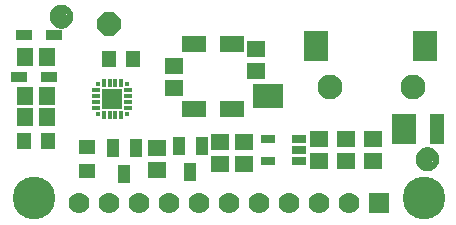
<source format=gbr>
G04 EAGLE Gerber RS-274X export*
G75*
%MOMM*%
%FSLAX34Y34*%
%LPD*%
%INSoldermask Top*%
%IPPOS*%
%AMOC8*
5,1,8,0,0,1.08239X$1,22.5*%
G01*
%ADD10R,1.701600X1.701600*%
%ADD11R,0.441600X0.441600*%
%ADD12R,0.381600X0.711600*%
%ADD13R,0.711600X0.381600*%
%ADD14R,1.601600X1.401600*%
%ADD15R,1.301600X1.401600*%
%ADD16C,1.101600*%
%ADD17C,0.500000*%
%ADD18C,3.617600*%
%ADD19R,2.101600X2.601600*%
%ADD20R,2.601600X2.101600*%
%ADD21R,1.301600X2.601600*%
%ADD22C,2.101600*%
%ADD23R,1.101600X1.501600*%
%ADD24R,1.401600X1.301600*%
%ADD25R,1.401600X1.601600*%
%ADD26R,1.451600X0.901600*%
%ADD27P,2.199416X8X202.500000*%
%ADD28R,1.301600X0.651600*%
%ADD29R,2.001600X1.401600*%
%ADD30R,1.778000X1.778000*%
%ADD31C,1.778000*%


D10*
X91440Y109220D03*
D11*
X104090Y121870D03*
X78790Y121870D03*
X78790Y96570D03*
X104090Y96570D03*
D12*
X98940Y122770D03*
X93940Y122770D03*
X88940Y122770D03*
X83940Y122770D03*
D13*
X77890Y116720D03*
X77890Y111720D03*
X77890Y106720D03*
X77890Y101720D03*
D12*
X83940Y95670D03*
X88940Y95670D03*
X93940Y95670D03*
X98940Y95670D03*
D13*
X104990Y101720D03*
X104990Y106720D03*
X104990Y111720D03*
X104990Y116720D03*
D14*
X182880Y54000D03*
X182880Y73000D03*
X289560Y56540D03*
X289560Y75540D03*
X312420Y56540D03*
X312420Y75540D03*
D15*
X88900Y143510D03*
X109220Y143510D03*
D14*
X203200Y54000D03*
X203200Y73000D03*
D16*
X48260Y179070D03*
D17*
X48260Y171570D02*
X48441Y171572D01*
X48622Y171579D01*
X48803Y171590D01*
X48984Y171605D01*
X49164Y171625D01*
X49344Y171649D01*
X49523Y171677D01*
X49701Y171710D01*
X49878Y171747D01*
X50055Y171788D01*
X50230Y171833D01*
X50405Y171883D01*
X50578Y171937D01*
X50749Y171995D01*
X50920Y172057D01*
X51088Y172124D01*
X51255Y172194D01*
X51421Y172268D01*
X51584Y172347D01*
X51745Y172429D01*
X51905Y172515D01*
X52062Y172605D01*
X52217Y172699D01*
X52370Y172796D01*
X52520Y172898D01*
X52668Y173002D01*
X52814Y173111D01*
X52956Y173222D01*
X53096Y173338D01*
X53233Y173456D01*
X53368Y173578D01*
X53499Y173703D01*
X53627Y173831D01*
X53752Y173962D01*
X53874Y174097D01*
X53992Y174234D01*
X54108Y174374D01*
X54219Y174516D01*
X54328Y174662D01*
X54432Y174810D01*
X54534Y174960D01*
X54631Y175113D01*
X54725Y175268D01*
X54815Y175425D01*
X54901Y175585D01*
X54983Y175746D01*
X55062Y175909D01*
X55136Y176075D01*
X55206Y176242D01*
X55273Y176410D01*
X55335Y176581D01*
X55393Y176752D01*
X55447Y176925D01*
X55497Y177100D01*
X55542Y177275D01*
X55583Y177452D01*
X55620Y177629D01*
X55653Y177807D01*
X55681Y177986D01*
X55705Y178166D01*
X55725Y178346D01*
X55740Y178527D01*
X55751Y178708D01*
X55758Y178889D01*
X55760Y179070D01*
X48260Y171570D02*
X48079Y171572D01*
X47898Y171579D01*
X47717Y171590D01*
X47536Y171605D01*
X47356Y171625D01*
X47176Y171649D01*
X46997Y171677D01*
X46819Y171710D01*
X46642Y171747D01*
X46465Y171788D01*
X46290Y171833D01*
X46115Y171883D01*
X45942Y171937D01*
X45771Y171995D01*
X45600Y172057D01*
X45432Y172124D01*
X45265Y172194D01*
X45099Y172268D01*
X44936Y172347D01*
X44775Y172429D01*
X44615Y172515D01*
X44458Y172605D01*
X44303Y172699D01*
X44150Y172796D01*
X44000Y172898D01*
X43852Y173002D01*
X43706Y173111D01*
X43564Y173222D01*
X43424Y173338D01*
X43287Y173456D01*
X43152Y173578D01*
X43021Y173703D01*
X42893Y173831D01*
X42768Y173962D01*
X42646Y174097D01*
X42528Y174234D01*
X42412Y174374D01*
X42301Y174516D01*
X42192Y174662D01*
X42088Y174810D01*
X41986Y174960D01*
X41889Y175113D01*
X41795Y175268D01*
X41705Y175425D01*
X41619Y175585D01*
X41537Y175746D01*
X41458Y175909D01*
X41384Y176075D01*
X41314Y176242D01*
X41247Y176410D01*
X41185Y176581D01*
X41127Y176752D01*
X41073Y176925D01*
X41023Y177100D01*
X40978Y177275D01*
X40937Y177452D01*
X40900Y177629D01*
X40867Y177807D01*
X40839Y177986D01*
X40815Y178166D01*
X40795Y178346D01*
X40780Y178527D01*
X40769Y178708D01*
X40762Y178889D01*
X40760Y179070D01*
X40762Y179251D01*
X40769Y179432D01*
X40780Y179613D01*
X40795Y179794D01*
X40815Y179974D01*
X40839Y180154D01*
X40867Y180333D01*
X40900Y180511D01*
X40937Y180688D01*
X40978Y180865D01*
X41023Y181040D01*
X41073Y181215D01*
X41127Y181388D01*
X41185Y181559D01*
X41247Y181730D01*
X41314Y181898D01*
X41384Y182065D01*
X41458Y182231D01*
X41537Y182394D01*
X41619Y182555D01*
X41705Y182715D01*
X41795Y182872D01*
X41889Y183027D01*
X41986Y183180D01*
X42088Y183330D01*
X42192Y183478D01*
X42301Y183624D01*
X42412Y183766D01*
X42528Y183906D01*
X42646Y184043D01*
X42768Y184178D01*
X42893Y184309D01*
X43021Y184437D01*
X43152Y184562D01*
X43287Y184684D01*
X43424Y184802D01*
X43564Y184918D01*
X43706Y185029D01*
X43852Y185138D01*
X44000Y185242D01*
X44150Y185344D01*
X44303Y185441D01*
X44458Y185535D01*
X44615Y185625D01*
X44775Y185711D01*
X44936Y185793D01*
X45099Y185872D01*
X45265Y185946D01*
X45432Y186016D01*
X45600Y186083D01*
X45771Y186145D01*
X45942Y186203D01*
X46115Y186257D01*
X46290Y186307D01*
X46465Y186352D01*
X46642Y186393D01*
X46819Y186430D01*
X46997Y186463D01*
X47176Y186491D01*
X47356Y186515D01*
X47536Y186535D01*
X47717Y186550D01*
X47898Y186561D01*
X48079Y186568D01*
X48260Y186570D01*
X48441Y186568D01*
X48622Y186561D01*
X48803Y186550D01*
X48984Y186535D01*
X49164Y186515D01*
X49344Y186491D01*
X49523Y186463D01*
X49701Y186430D01*
X49878Y186393D01*
X50055Y186352D01*
X50230Y186307D01*
X50405Y186257D01*
X50578Y186203D01*
X50749Y186145D01*
X50920Y186083D01*
X51088Y186016D01*
X51255Y185946D01*
X51421Y185872D01*
X51584Y185793D01*
X51745Y185711D01*
X51905Y185625D01*
X52062Y185535D01*
X52217Y185441D01*
X52370Y185344D01*
X52520Y185242D01*
X52668Y185138D01*
X52814Y185029D01*
X52956Y184918D01*
X53096Y184802D01*
X53233Y184684D01*
X53368Y184562D01*
X53499Y184437D01*
X53627Y184309D01*
X53752Y184178D01*
X53874Y184043D01*
X53992Y183906D01*
X54108Y183766D01*
X54219Y183624D01*
X54328Y183478D01*
X54432Y183330D01*
X54534Y183180D01*
X54631Y183027D01*
X54725Y182872D01*
X54815Y182715D01*
X54901Y182555D01*
X54983Y182394D01*
X55062Y182231D01*
X55136Y182065D01*
X55206Y181898D01*
X55273Y181730D01*
X55335Y181559D01*
X55393Y181388D01*
X55447Y181215D01*
X55497Y181040D01*
X55542Y180865D01*
X55583Y180688D01*
X55620Y180511D01*
X55653Y180333D01*
X55681Y180154D01*
X55705Y179974D01*
X55725Y179794D01*
X55740Y179613D01*
X55751Y179432D01*
X55758Y179251D01*
X55760Y179070D01*
D16*
X358140Y58420D03*
D17*
X358140Y50920D02*
X358321Y50922D01*
X358502Y50929D01*
X358683Y50940D01*
X358864Y50955D01*
X359044Y50975D01*
X359224Y50999D01*
X359403Y51027D01*
X359581Y51060D01*
X359758Y51097D01*
X359935Y51138D01*
X360110Y51183D01*
X360285Y51233D01*
X360458Y51287D01*
X360629Y51345D01*
X360800Y51407D01*
X360968Y51474D01*
X361135Y51544D01*
X361301Y51618D01*
X361464Y51697D01*
X361625Y51779D01*
X361785Y51865D01*
X361942Y51955D01*
X362097Y52049D01*
X362250Y52146D01*
X362400Y52248D01*
X362548Y52352D01*
X362694Y52461D01*
X362836Y52572D01*
X362976Y52688D01*
X363113Y52806D01*
X363248Y52928D01*
X363379Y53053D01*
X363507Y53181D01*
X363632Y53312D01*
X363754Y53447D01*
X363872Y53584D01*
X363988Y53724D01*
X364099Y53866D01*
X364208Y54012D01*
X364312Y54160D01*
X364414Y54310D01*
X364511Y54463D01*
X364605Y54618D01*
X364695Y54775D01*
X364781Y54935D01*
X364863Y55096D01*
X364942Y55259D01*
X365016Y55425D01*
X365086Y55592D01*
X365153Y55760D01*
X365215Y55931D01*
X365273Y56102D01*
X365327Y56275D01*
X365377Y56450D01*
X365422Y56625D01*
X365463Y56802D01*
X365500Y56979D01*
X365533Y57157D01*
X365561Y57336D01*
X365585Y57516D01*
X365605Y57696D01*
X365620Y57877D01*
X365631Y58058D01*
X365638Y58239D01*
X365640Y58420D01*
X358140Y50920D02*
X357959Y50922D01*
X357778Y50929D01*
X357597Y50940D01*
X357416Y50955D01*
X357236Y50975D01*
X357056Y50999D01*
X356877Y51027D01*
X356699Y51060D01*
X356522Y51097D01*
X356345Y51138D01*
X356170Y51183D01*
X355995Y51233D01*
X355822Y51287D01*
X355651Y51345D01*
X355480Y51407D01*
X355312Y51474D01*
X355145Y51544D01*
X354979Y51618D01*
X354816Y51697D01*
X354655Y51779D01*
X354495Y51865D01*
X354338Y51955D01*
X354183Y52049D01*
X354030Y52146D01*
X353880Y52248D01*
X353732Y52352D01*
X353586Y52461D01*
X353444Y52572D01*
X353304Y52688D01*
X353167Y52806D01*
X353032Y52928D01*
X352901Y53053D01*
X352773Y53181D01*
X352648Y53312D01*
X352526Y53447D01*
X352408Y53584D01*
X352292Y53724D01*
X352181Y53866D01*
X352072Y54012D01*
X351968Y54160D01*
X351866Y54310D01*
X351769Y54463D01*
X351675Y54618D01*
X351585Y54775D01*
X351499Y54935D01*
X351417Y55096D01*
X351338Y55259D01*
X351264Y55425D01*
X351194Y55592D01*
X351127Y55760D01*
X351065Y55931D01*
X351007Y56102D01*
X350953Y56275D01*
X350903Y56450D01*
X350858Y56625D01*
X350817Y56802D01*
X350780Y56979D01*
X350747Y57157D01*
X350719Y57336D01*
X350695Y57516D01*
X350675Y57696D01*
X350660Y57877D01*
X350649Y58058D01*
X350642Y58239D01*
X350640Y58420D01*
X350642Y58601D01*
X350649Y58782D01*
X350660Y58963D01*
X350675Y59144D01*
X350695Y59324D01*
X350719Y59504D01*
X350747Y59683D01*
X350780Y59861D01*
X350817Y60038D01*
X350858Y60215D01*
X350903Y60390D01*
X350953Y60565D01*
X351007Y60738D01*
X351065Y60909D01*
X351127Y61080D01*
X351194Y61248D01*
X351264Y61415D01*
X351338Y61581D01*
X351417Y61744D01*
X351499Y61905D01*
X351585Y62065D01*
X351675Y62222D01*
X351769Y62377D01*
X351866Y62530D01*
X351968Y62680D01*
X352072Y62828D01*
X352181Y62974D01*
X352292Y63116D01*
X352408Y63256D01*
X352526Y63393D01*
X352648Y63528D01*
X352773Y63659D01*
X352901Y63787D01*
X353032Y63912D01*
X353167Y64034D01*
X353304Y64152D01*
X353444Y64268D01*
X353586Y64379D01*
X353732Y64488D01*
X353880Y64592D01*
X354030Y64694D01*
X354183Y64791D01*
X354338Y64885D01*
X354495Y64975D01*
X354655Y65061D01*
X354816Y65143D01*
X354979Y65222D01*
X355145Y65296D01*
X355312Y65366D01*
X355480Y65433D01*
X355651Y65495D01*
X355822Y65553D01*
X355995Y65607D01*
X356170Y65657D01*
X356345Y65702D01*
X356522Y65743D01*
X356699Y65780D01*
X356877Y65813D01*
X357056Y65841D01*
X357236Y65865D01*
X357416Y65885D01*
X357597Y65900D01*
X357778Y65911D01*
X357959Y65918D01*
X358140Y65920D01*
X358321Y65918D01*
X358502Y65911D01*
X358683Y65900D01*
X358864Y65885D01*
X359044Y65865D01*
X359224Y65841D01*
X359403Y65813D01*
X359581Y65780D01*
X359758Y65743D01*
X359935Y65702D01*
X360110Y65657D01*
X360285Y65607D01*
X360458Y65553D01*
X360629Y65495D01*
X360800Y65433D01*
X360968Y65366D01*
X361135Y65296D01*
X361301Y65222D01*
X361464Y65143D01*
X361625Y65061D01*
X361785Y64975D01*
X361942Y64885D01*
X362097Y64791D01*
X362250Y64694D01*
X362400Y64592D01*
X362548Y64488D01*
X362694Y64379D01*
X362836Y64268D01*
X362976Y64152D01*
X363113Y64034D01*
X363248Y63912D01*
X363379Y63787D01*
X363507Y63659D01*
X363632Y63528D01*
X363754Y63393D01*
X363872Y63256D01*
X363988Y63116D01*
X364099Y62974D01*
X364208Y62828D01*
X364312Y62680D01*
X364414Y62530D01*
X364511Y62377D01*
X364605Y62222D01*
X364695Y62065D01*
X364781Y61905D01*
X364863Y61744D01*
X364942Y61581D01*
X365016Y61415D01*
X365086Y61248D01*
X365153Y61080D01*
X365215Y60909D01*
X365273Y60738D01*
X365327Y60565D01*
X365377Y60390D01*
X365422Y60215D01*
X365463Y60038D01*
X365500Y59861D01*
X365533Y59683D01*
X365561Y59504D01*
X365585Y59324D01*
X365605Y59144D01*
X365620Y58963D01*
X365631Y58782D01*
X365638Y58601D01*
X365640Y58420D01*
D18*
X355600Y25400D03*
X25400Y25400D03*
D19*
X356000Y154380D03*
X264000Y154380D03*
D20*
X223000Y111880D03*
D19*
X338000Y84380D03*
D21*
X366000Y84380D03*
D22*
X346000Y119380D03*
X276000Y119380D03*
D23*
X157480Y47420D03*
X147980Y69420D03*
X166980Y69420D03*
X101600Y46150D03*
X92100Y68150D03*
X111100Y68150D03*
D24*
X69850Y48260D03*
X69850Y68580D03*
D14*
X129540Y48920D03*
X129540Y67920D03*
D15*
X16510Y73660D03*
X36830Y73660D03*
D25*
X36170Y93980D03*
X17170Y93980D03*
X17170Y111760D03*
X36170Y111760D03*
D26*
X38100Y128270D03*
X12700Y128270D03*
D25*
X36170Y144780D03*
X17170Y144780D03*
D26*
X41910Y163830D03*
X16510Y163830D03*
D27*
X88900Y172720D03*
D14*
X266700Y56540D03*
X266700Y75540D03*
D28*
X249221Y56540D03*
X249221Y66040D03*
X249221Y75540D03*
X223219Y75540D03*
X223219Y56540D03*
D29*
X192530Y100770D03*
X192530Y155770D03*
X160530Y155770D03*
X160530Y100770D03*
D14*
X213360Y151740D03*
X213360Y132740D03*
X143510Y137770D03*
X143510Y118770D03*
D30*
X317500Y21590D03*
D31*
X292100Y21590D03*
X266700Y21590D03*
X241300Y21590D03*
X215900Y21590D03*
X190500Y21590D03*
X165100Y21590D03*
X139700Y21590D03*
X114300Y21590D03*
X88900Y21590D03*
X63500Y21590D03*
M02*

</source>
